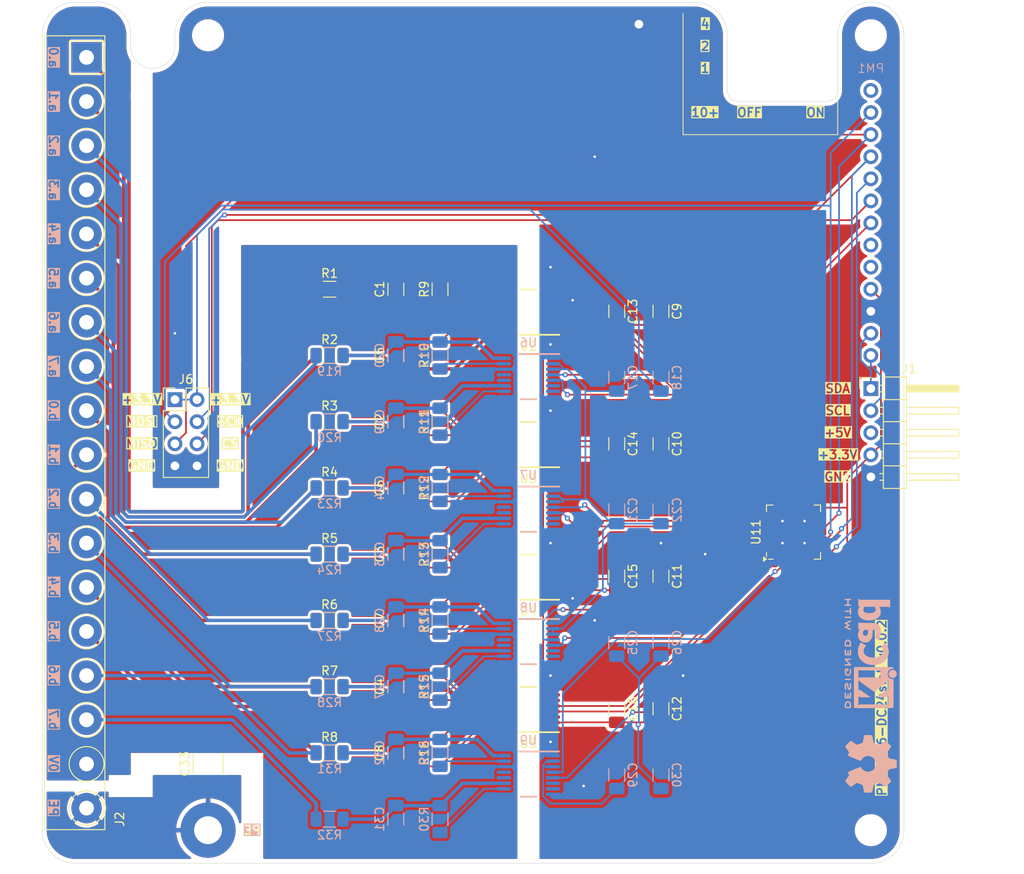
<source format=kicad_pcb>
(kicad_pcb (version 20240108) (generator "pcbnew") (generator_version "8.0")
  (title_block (title "${article} v${version}"))
  (layers (0 "F.Cu" signal) (31 "B.Cu" signal) (34 "B.Paste" user) (35 "F.Paste" user) (36 "B.SilkS" user "B.Silkscreen") (37 "F.SilkS" user "F.Silkscreen") (38 "B.Mask" user) (39 "F.Mask" user) (44 "Edge.Cuts" user))
  (property "article" "PM-DI16-DC24sink")
  (property "version" "0.0.2")
  (net 0 "")
  (net 1 "FGND")
  (net 2 "/IN03")
  (net 3 "PE")
  (net 4 "/IN07")
  (net 5 "/IN14")
  (net 6 "/IN08")
  (net 7 "/IN16")
  (net 8 "/IN06")
  (net 9 "/IN10")
  (net 10 "/IN15")
  (net 11 "/IN13")
  (net 12 "/IN12")
  (net 13 "/IN05")
  (net 14 "/IN09")
  (net 15 "/IN04")
  (net 16 "/IN02")
  (net 17 "/IN11")
  (net 18 "/IN01")
  (net 19 "GND")
  (net 20 "+5V")
  (net 21 "/SCL")
  (net 22 "/SDA")
  (net 23 "/OUT02")
  (net 24 "/OUT01")
  (net 25 "/OUT16")
  (net 26 "/OUT09")
  (net 27 "/OUT07")
  (net 28 "/OUT04")
  (net 29 "/OUT15")
  (net 30 "/OUT03")
  (net 31 "/OUT06")
  (net 32 "/OUT12")
  (net 33 "/OUT10")
  (net 34 "/OUT14")
  (net 35 "/OUT13")
  (net 36 "/OUT11")
  (net 37 "/OUT05")
  (net 38 "/OUT08")
  (net 39 "/MOSI")
  (net 40 "/MISO")
  (net 41 "/SCK")
  (net 42 "Net-(U2-SENSE2)")
  (net 43 "Net-(U2-SENSE1)")
  (net 44 "Net-(U4-SENSE2)")
  (net 45 "Net-(U4-SENSE1)")
  (net 46 "Net-(U2-IN2)")
  (net 47 "Net-(U2-IN1)")
  (net 48 "Net-(U4-IN2)")
  (net 49 "Net-(U4-IN1)")
  (net 58 "Net-(U3-SENSE2)")
  (net 59 "Net-(U3-SENSE1)")
  (net 60 "Net-(U3-IN2)")
  (net 61 "Net-(U3-IN1)")
  (net 70 "Net-(U6-IN1)")
  (net 71 "Net-(U6-IN2)")
  (net 72 "Net-(U6-SENSE1)")
  (net 73 "Net-(U6-SENSE2)")
  (net 74 "Net-(U5-SENSE2)")
  (net 75 "Net-(U5-SENSE1)")
  (net 76 "Net-(U5-IN2)")
  (net 77 "Net-(U5-IN1)")
  (net 82 "Net-(U7-SENSE2)")
  (net 83 "Net-(U7-SENSE1)")
  (net 84 "Net-(U8-SENSE2)")
  (net 85 "Net-(U8-SENSE1)")
  (net 86 "Net-(U9-SENSE2)")
  (net 87 "Net-(U9-SENSE1)")
  (net 88 "Net-(U7-IN1)")
  (net 89 "Net-(U7-IN2)")
  (net 90 "Net-(U8-IN1)")
  (net 91 "Net-(U8-IN2)")
  (net 92 "Net-(U9-IN1)")
  (net 93 "Net-(U9-IN2)")
  (net 107 "/INT")
  (net 109 "+3.3V")
  (net 111 "/CS1")
  (net 112 "/CS2")
  (footprint "Resistor_SMD:R_1206_3216Metric_Pad1.30x1.75mm_HandSolder" (layer "F.Cu") (at 71.12 83.82 90)
    (property "Reference" "R9")
    (property "Value" "562R")
  )
  (footprint "Capacitor_SMD:C_1206_3216Metric_Pad1.33x1.80mm_HandSolder" (layer "F.Cu") (at 96.52 101.6 -90)
    (property "Reference" "C10")
    (property "Value" "100nF")
  )
  (footprint "kicad_inventree_lib:DBQ0016A_M" (layer "F.Cu") (at 81.28 101.6 180)
    (property "Reference" "U3")
    (property "Value" "ISO1212DBQ")
  )
  (footprint "Capacitor_SMD:C_1206_3216Metric_Pad1.33x1.80mm_HandSolder" (layer "F.Cu") (at 66.04 114.3 90)
    (property "Reference" "C3")
    (property "Value" "330nF")
  )
  (footprint "Resistor_SMD:R_1206_3216Metric_Pad1.30x1.75mm_HandSolder" (layer "F.Cu") (at 58.42 99.06)
    (property "Reference" "R3")
    (property "Value" "1k")
  )
  (footprint "Resistor_SMD:R_1206_3216Metric_Pad1.30x1.75mm_HandSolder" (layer "F.Cu") (at 71.12 129.54 90)
    (property "Reference" "R15")
    (property "Value" "562R")
  )
  (footprint "Capacitor_SMD:C_1206_3216Metric_Pad1.33x1.80mm_HandSolder" (layer "F.Cu") (at 66.04 121.92 90)
    (property "Reference" "C7")
    (property "Value" "330nF")
  )
  (footprint "Capacitor_SMD:C_1206_3216Metric_Pad1.33x1.80mm_HandSolder" (layer "F.Cu") (at 96.52 132.08 -90)
    (property "Reference" "C12")
    (property "Value" "100nF")
  )
  (footprint "Capacitor_SMD:C_1206_3216Metric_Pad1.33x1.80mm_HandSolder" (layer "F.Cu") (at 66.04 137.16 90)
    (property "Reference" "C8")
    (property "Value" "330nF")
  )
  (footprint "Connector_PinHeader_2.54mm:PinHeader_1x05_P2.54mm_Horizontal" (layer "F.Cu") (at 120.65 95.25)
    (property "Reference" "J1")
    (property "Value" "PinHeader_01x05_P2.54_THT_angle")
  )
  (footprint "kicad_inventree_lib:DBQ0016A_M" (layer "F.Cu") (at 81.28 132.08 180)
    (property "Reference" "U5")
    (property "Value" "ISO1212DBQ")
  )
  (footprint "Capacitor_SMD:C_1206_3216Metric_Pad1.33x1.80mm_HandSolder" (layer "F.Cu") (at 91.44 86.36 -90)
    (property "Reference" "C13")
    (property "Value" "1uF")
  )
  (footprint "Resistor_SMD:R_1206_3216Metric_Pad1.30x1.75mm_HandSolder" (layer "F.Cu") (at 58.42 83.82)
    (property "Reference" "R1")
    (property "Value" "1k")
  )
  (footprint "Capacitor_SMD:C_1206_3216Metric_Pad1.33x1.80mm_HandSolder" (layer "F.Cu") (at 66.04 99.06 90)
    (property "Reference" "C2")
    (property "Value" "330nF")
  )
  (footprint "Package_DFN_QFN:QFN-28-1EP_6x6mm_P0.65mm_EP4.25x4.25mm" (layer "F.Cu") (at 111.76 111.76 90)
    (property "Reference" "U11")
    (property "Value" "MCP23S17_ML")
  )
  (footprint "Capacitor_SMD:C_1206_3216Metric_Pad1.33x1.80mm_HandSolder" (layer "F.Cu") (at 66.04 129.54 90)
    (property "Reference" "C4")
    (property "Value" "330nF")
  )
  (footprint "kicad_inventree_lib:PE" (layer "F.Cu") (at 44.45 146.05)
    (property "Reference" "PE1" (hide yes))
    (property "Value" "PE")
  )
  (footprint "kicad_inventree_lib:PM-front-02x04" (layer "F.Cu") (at 39.37 100.33)
    (property "Reference" "J6")
    (property "Value" "~")
  )
  (footprint "Resistor_SMD:R_1206_3216Metric_Pad1.30x1.75mm_HandSolder" (layer "F.Cu") (at 71.12 137.16 90)
    (property "Reference" "R16")
    (property "Value" "562R")
  )
  (footprint "Resistor_SMD:R_1206_3216Metric_Pad1.30x1.75mm_HandSolder" (layer "F.Cu") (at 58.42 121.92)
    (property "Reference" "R6")
    (property "Value" "1k")
  )
  (footprint "NextPCB:Degson_2EDGR-5.08-18P" (layer "F.Cu") (at 30.48 57.15 -90)
    (property "Reference" "J2")
    (property "Value" "2EDGR-5.08-18P")
  )
  (footprint "Capacitor_SMD:C_1206_3216Metric_Pad1.33x1.80mm_HandSolder" (layer "F.Cu") (at 66.04 83.82 90)
    (property "Reference" "C1")
    (property "Value" "330nF")
  )
  (footprint "Resistor_SMD:R_1206_3216Metric_Pad1.30x1.75mm_HandSolder" (layer "F.Cu") (at 71.12 91.44 90)
    (property "Reference" "R10")
    (property "Value" "562R")
  )
  (footprint "MountingHole:MountingHole_3.2mm_M3" (layer "F.Cu") (at 44.45 54.61)
    (property "Reference" "H1" (hide yes))
    (property "Value" "MountingHole")
  )
  (footprint "Resistor_SMD:R_1206_3216Metric_Pad1.30x1.75mm_HandSolder" (layer "F.Cu") (at 58.42 114.3)
    (property "Reference" "R5")
    (property "Value" "1k")
  )
  (footprint "MountingHole:MountingHole_3.2mm_M3" (layer "F.Cu") (at 120.65 146.05)
    (property "Reference" "H3" (hide yes))
    (property "Value" "MountingHole")
  )
  (footprint "Capacitor_SMD:C_1206_3216Metric_Pad1.33x1.80mm_HandSolder" (layer "F.Cu") (at 66.04 106.68 90)
    (property "Reference" "C6")
    (property "Value" "330nF")
  )
  (footprint "Resistor_SMD:R_1206_3216Metric_Pad1.30x1.75mm_HandSolder" (layer "F.Cu") (at 58.42 129.54)
    (property "Reference" "R7")
    (property "Value" "1k")
  )
  (footprint "Resistor_SMD:R_1206_3216Metric_Pad1.30x1.75mm_HandSolder" (layer "F.Cu") (at 58.42 106.68)
    (property "Reference" "R4")
    (property "Value" "1k")
  )
  (footprint "Resistor_SMD:R_1206_3216Metric_Pad1.30x1.75mm_HandSolder" (layer "F.Cu") (at 71.12 121.92 90)
    (property "Reference" "R14")
    (property "Value" "562R")
  )
  (footprint "Capacitor_SMD:C_1812_4532Metric_Pad1.57x3.40mm_HandSolder" (layer "F.Cu") (at 44.45 138.43 90)
    (property "Reference" "C33")
    (property "Value" "4.7nF 2kV")
  )
  (footprint "Resistor_SMD:R_1206_3216Metric_Pad1.30x1.75mm_HandSolder" (layer "F.Cu") (at 58.42 91.44)
    (property "Reference" "R2")
    (property "Value" "1k")
  )
  (footprint "Capacitor_SMD:C_1206_3216Metric_Pad1.33x1.80mm_HandSolder" (layer "F.Cu") (at 91.44 132.08 -90)
    (property "Reference" "C16")
    (property "Value" "1uF")
  )
  (footprint "Capacitor_SMD:C_1206_3216Metric_Pad1.33x1.80mm_HandSolder" (layer "F.Cu") (at 96.52 86.36 -90)
    (property "Reference" "C9")
    (property "Value" "100nF")
  )
  (footprint "kicad_inventree_lib:DBQ0016A_M" (layer "F.Cu") (at 81.28 116.84 180)
    (property "Reference" "U4")
    (property "Value" "ISO1212DBQ")
  )
  (footprint "Capacitor_SMD:C_1206_3216Metric_Pad1.33x1.80mm_HandSolder" (layer "F.Cu") (at 91.44 101.6 -90)
    (property "Reference" "C14")
    (property "Value" "1uF")
  )
  (footprint "Capacitor_SMD:C_1206_3216Metric_Pad1.33x1.80mm_HandSolder" (layer "F.Cu") (at 91.44 116.84 -90)
    (property "Reference" "C15")
    (property "Value" "1uF")
  )
  (footprint "Capacitor_SMD:C_1206_3216Metric_Pad1.33x1.80mm_HandSolder" (layer "F.Cu") (at 66.04 91.44 90)
    (property "Reference" "C5")
    (property "Value" "330nF")
  )
  (footprint "kicad_inventree_lib:DBQ0016A_M" (layer "F.Cu") (at 81.28 86.36 180)
    (property "Reference" "U2")
    (property "Value" "ISO1212DBQ")
  )
  (footprint "Resistor_SMD:R_1206_3216Metric_Pad1.30x1.75mm_HandSolder" (layer "F.Cu") (at 71.12 99.06 90)
    (property "Reference" "R11")
    (property "Value" "562R")
  )
  (footprint "Resistor_SMD:R_1206_3216Metric_Pad1.30x1.75mm_HandSolder" (layer "F.Cu") (at 71.12 114.3 90)
    (property "Reference" "R13")
    (property "Value" "562R")
  )
  (footprint "Resistor_SMD:R_1206_3216Metric_Pad1.30x1.75mm_HandSolder" (layer "F.Cu") (at 71.12 106.68 90)
    (property "Reference" "R12")
    (property "Value" "562R")
  )
  (footprint "MountingHole:MountingHole_3.2mm_M3" (layer "F.Cu") (at 120.65 54.61)
    (property "Reference" "H2" (hide yes))
    (property "Value" "MountingHole")
  )
  (footprint "Capacitor_SMD:C_1206_3216Metric_Pad1.33x1.80mm_HandSolder" (layer "F.Cu") (at 96.52 116.84 -90)
    (property "Reference" "C11")
    (property "Value" "100nF")
  )
  (footprint "Resistor_SMD:R_1206_3216Metric_Pad1.30x1.75mm_HandSolder" (layer "F.Cu") (at 58.42 137.16)
    (property "Reference" "R8")
    (property "Value" "1k")
  )
  (footprint "Capacitor_SMD:C_1206_3216Metric_Pad1.33x1.80mm_HandSolder" (layer "B.Cu") (at 96.52 109.22 90)
    (property "Reference" "C22")
    (property "Value" "100nF")
  )
  (footprint "Symbol:OSHW-Symbol_6.7x6mm_SilkScreen" (layer "B.Cu") (at 120.65 138.43 90)
    (property "Reference" "oshw_logo" (hide yes))
    (property "Value" "OSHW-Symbol_6.7x6mm_SilkScreen" (hide yes))
  )
  (footprint "kicad_inventree_lib:DBQ0016A_M" (layer "B.Cu") (at 81.28 93.98 180)
    (property "Reference" "U6")
    (property "Value" "ISO1212DBQ")
  )
  (footprint "Capacitor_SMD:C_1206_3216Metric_Pad1.33x1.80mm_HandSolder" (layer "B.Cu") (at 66.04 121.92 -90)
    (property "Reference" "C28")
    (property "Value" "330nF")
  )
  (footprint "Capacitor_SMD:C_1206_3216Metric_Pad1.33x1.80mm_HandSolder" (layer "B.Cu") (at 66.04 144.78 -90)
    (property "Reference" "C31")
    (property "Value" "330nF")
  )
  (footprint "Resistor_SMD:R_1206_3216Metric_Pad1.30x1.75mm_HandSolder" (layer "B.Cu") (at 71.12 121.92 -90)
    (property "Reference" "R25")
    (property "Value" "562R")
  )
  (footprint "Resistor_SMD:R_1206_3216Metric_Pad1.30x1.75mm_HandSolder" (layer "B.Cu") (at 71.12 91.44 -90)
    (property "Reference" "R17")
    (property "Value" "562R")
  )
  (footprint "kicad_inventree_lib:DBQ0016A_M" (layer "B.Cu") (at 81.28 124.46 180)
    (property "Reference" "U8")
    (property "Value" "ISO1212DBQ")
  )
  (footprint "Resistor_SMD:R_1206_3216Metric_Pad1.30x1.75mm_HandSolder" (layer "B.Cu") (at 71.12 114.3 -90)
    (property "Reference" "R22")
    (property "Value" "562R")
  )
  (footprint "Resistor_SMD:R_1206_3216Metric_Pad1.30x1.75mm_HandSolder" (layer "B.Cu") (at 58.42 114.3)
    (property "Reference" "R24")
    (property "Value" "1k")
  )
  (footprint "Capacitor_SMD:C_1206_3216Metric_Pad1.33x1.80mm_HandSolder" (layer "B.Cu") (at 66.04 114.3 -90)
    (property "Reference" "C23")
    (property "Value" "330nF")
  )
  (footprint "Resistor_SMD:R_1206_3216Metric_Pad1.30x1.75mm_HandSolder" (layer "B.Cu") (at 58.42 91.44)
    (property "Reference" "R19")
    (property "Value" "1k")
  )
  (footprint "Resistor_SMD:R_1206_3216Metric_Pad1.30x1.75mm_HandSolder" (layer "B.Cu") (at 71.12 137.16 -90)
    (property "Reference" "R29")
    (property "Value" "562R")
  )
  (footprint "kicad_inventree_lib:DBQ0016A_M" (layer "B.Cu") (at 81.28 139.7 180)
    (property "Reference" "U9")
    (property "Value" "ISO1212DBQ")
  )
  (footprint "Resistor_SMD:R_1206_3216Metric_Pad1.30x1.75mm_HandSolder" (layer "B.Cu") (at 71.12 144.78 -90)
    (property "Reference" "R30")
    (property "Value" "562R")
  )
  (footprint "Resistor_SMD:R_1206_3216Metric_Pad1.30x1.75mm_HandSolder" (layer "B.Cu") (at 58.42 129.54)
    (property "Reference" "R28")
    (property "Value" "1k")
  )
  (footprint "Capacitor_SMD:C_1206_3216Metric_Pad1.33x1.80mm_HandSolder" (layer "B.Cu") (at 91.44 93.98 90)
    (property "Reference" "C17")
    (property "Value" "1uF")
  )
  (footprint "Capacitor_SMD:C_1206_3216Metric_Pad1.33x1.80mm_HandSolder" (layer "B.Cu") (at 91.44 139.7 90)
    (property "Reference" "C29")
    (property "Value" "1uF")
  )
  (footprint "Resistor_SMD:R_1206_3216Metric_Pad1.30x1.75mm_HandSolder" (layer "B.Cu") (at 71.12 99.06 -90)
    (property "Reference" "R18")
    (property "Value" "562R")
  )
  (footprint "Capacitor_SMD:C_1206_3216Metric_Pad1.33x1.80mm_HandSolder" (layer "B.Cu") (at 96.52 93.98 90)
    (property "Reference" "C18")
    (property "Value" "100nF")
  )
  (footprint "Resistor_SMD:R_1206_3216Metric_Pad1.30x1.75mm_HandSolder" (layer "B.Cu") (at 58.42 121.92)
    (property "Reference" "R27")
    (property "Value" "1k")
  )
  (footprint "kicad_inventree_lib:PM-ESP32C3" (layer "B.Cu") (at 106.68 50.8 180)
    (property "Reference" "PM1")
    (property "Value" "~")
  )
  (footprint "Capacitor_SMD:C_1206_3216Metric_Pad1.33x1.80mm_HandSolder" (layer "B.Cu") (at 66.04 106.68 -90)
    (property "Reference" "C24")
    (property "Value" "330nF")
  )
  (footprint "Capacitor_SMD:C_1206_3216Metric_Pad1.33x1.80mm_HandSolder" (layer "B.Cu") (at 66.04 137.16 -90)
    (property "Reference" "C32")
    (property "Value" "330nF")
  )
  (footprint "kicad_inventree_lib:DBQ0016A_M" (layer "B.Cu") (at 81.28 109.22 180)
    (property "Reference" "U7")
    (property "Value" "ISO1212DBQ")
  )
  (footprint "Capacitor_SMD:C_1206_3216Metric_Pad1.33x1.80mm_HandSolder" (layer "B.Cu") (at 91.44 124.46 90)
    (property "Reference" "C25")
    (property "Value" "1uF")
  )
  (footprint "Resistor_SMD:R_1206_3216Metric_Pad1.30x1.75mm_HandSolder" (layer "B.Cu") (at 58.42 137.16)
    (property "Reference" "R31")
    (property "Value" "1k")
  )
  (footprint "Capacitor_SMD:C_1206_3216Metric_Pad1.33x1.80mm_HandSolder" (layer "B.Cu") (at 66.04 129.54 -90)
    (property "Reference" "C27")
    (property "Value" "330nF")
  )
  (footprint "Resistor_SMD:R_1206_3216Metric_Pad1.30x1.75mm_HandSolder" (layer "B.Cu") (at 58.42 99.06)
    (property "Reference" "R20")
    (property "Value" "1k")
  )
  (footprint "Capacitor_SMD:C_1206_3216Metric_Pad1.33x1.80mm_HandSolder" (layer "B.Cu") (at 96.52 124.46 90)
    (property "Reference" "C26")
    (property "Value" "100nF")
  )
  (footprint "Capacitor_SMD:C_1206_3216Metric_Pad1.33x1.80mm_HandSolder" (layer "B.Cu") (at 91.44 109.22 90)
    (property "Reference" "C21")
    (property "Value" "1uF")
  )
  (footprint "Resistor_SMD:R_1206_3216Metric_Pad1.30x1.75mm_HandSolder" (layer "B.Cu") (at 71.12 129.54 -90)
    (property "Reference" "R26")
    (property "Value" "562R")
  )
  (footprint "Resistor_SMD:R_1206_3216Metric_Pad1.30x1.75mm_HandSolder" (layer "B.Cu") (at 71.12 106.68 -90)
    (property "Reference" "R21")
    (property "Value" "562R")
  )
  (footprint "Resistor_SMD:R_1206_3216Metric_Pad1.30x1.75mm_HandSolder" (layer "B.Cu") (at 58.42 106.68)
    (property "Reference" "R23")
    (property "Value" "1k")
  )
  (footprint "Symbol:KiCad-Logo2_5mm_SilkScreen" (layer "B.Cu") (at 120.65 125.73 90)
    (property "Reference" "kicad_logo" (hide yes))
    (property "Value" "KiCad-Logo2_5mm_SilkScreen" (hide yes))
  )
  (footprint "Capacitor_SMD:C_1206_3216Metric_Pad1.33x1.80mm_HandSolder" (layer "B.Cu") (at 96.52 139.7 90)
    (property "Reference" "C30")
    (property "Value" "100nF")
  )
  (footprint "Resistor_SMD:R_1206_3216Metric_Pad1.30x1.75mm_HandSolder" (layer "B.Cu") (at 58.42 144.78)
    (property "Reference" "R32")
    (property "Value" "1k")
  )
  (footprint "Capacitor_SMD:C_1206_3216Metric_Pad1.33x1.80mm_HandSolder" (layer "B.Cu") (at 66.04 99.06 -90)
    (property "Reference" "C19")
    (property "Value" "330nF")
  )
  (footprint "Capacitor_SMD:C_1206_3216Metric_Pad1.33x1.80mm_HandSolder" (layer "B.Cu") (at 66.04 91.44 -90)
    (property "Reference" "C20")
    (property "Value" "330nF")
  )
  (gr_line (start 99.06 66.04) (end 116.84 66.04) (stroke (width 0.1)) (layer "F.SilkS"))
  (gr_line (start 116.84 66.04) (end 116.84 62.23) (stroke (width 0.1)) (layer "F.SilkS"))
  (gr_line (start 99.06 52.07) (end 99.06 66.04) (stroke (width 0.1)) (layer "F.SilkS"))
  (gr_arc (start 31.75 50.8) (mid 34.444077 51.915923) (end 35.56 54.61) (stroke (width 0.05)) (layer "Edge.Cuts"))
  (gr_line (start 44.45 50.8) (end 100.33 50.8) (stroke (width 0.05)) (layer "Edge.Cuts"))
  (gr_line (start 105.41 62.23) (end 115.57 62.23) (stroke (width 0.05)) (layer "Edge.Cuts"))
  (gr_arc (start 29.21 149.86) (mid 26.515923 148.744077) (end 25.4 146.05) (stroke (width 0.05)) (layer "Edge.Cuts"))
  (gr_arc (start 120.65 50.8) (mid 123.344077 51.915923) (end 124.46 54.61) (stroke (width 0.05)) (layer "Edge.Cuts"))
  (gr_line (start 40.64 54.61) (end 40.64 55.88) (stroke (width 0.05)) (layer "Edge.Cuts"))
  (gr_arc (start 100.33 50.8) (mid 103.024077 51.915923) (end 104.14 54.61) (stroke (width 0.05)) (layer "Edge.Cuts"))
  (gr_line (start 35.56 55.88) (end 35.56 54.61) (stroke (width 0.05)) (layer "Edge.Cuts"))
  (gr_arc (start 124.46 146.05) (mid 123.344077 148.744077) (end 120.65 149.86) (stroke (width 0.05)) (layer "Edge.Cuts"))
  (gr_line (start 29.21 50.8) (end 31.75 50.8) (stroke (width 0.05)) (layer "Edge.Cuts"))
  (gr_line (start 104.14 54.61) (end 104.14 60.96) (stroke (width 0.05)) (layer "Edge.Cuts"))
  (gr_line (start 120.65 149.86) (end 29.21 149.86) (stroke (width 0.05)) (layer "Edge.Cuts"))
  (gr_line (start 25.4 146.05) (end 25.4 54.61) (stroke (width 0.05)) (layer "Edge.Cuts"))
  (gr_arc (start 25.4 54.61) (mid 26.515923 51.915923) (end 29.21 50.8) (stroke (width 0.05)) (layer "Edge.Cuts"))
  (gr_line (start 124.46 54.61) (end 124.46 146.05) (stroke (width 0.05)) (layer "Edge.Cuts"))
  (gr_arc (start 38.1 58.42) (mid 36.303949 57.676051) (end 35.56 55.88) (stroke (width 0.05)) (layer "Edge.Cuts"))
  (gr_arc (start 116.84 54.61) (mid 117.955923 51.915923) (end 120.65 50.8) (stroke (width 0.05)) (layer "Edge.Cuts"))
  (gr_line (start 116.84 54.61) (end 116.84 60.96) (stroke (width 0.05)) (layer "Edge.Cuts"))
  (gr_arc (start 105.41 62.23) (mid 104.511974 61.858026) (end 104.14 60.96) (stroke (width 0.05)) (layer "Edge.Cuts"))
  (gr_arc (start 40.64 55.88) (mid 39.896051 57.676051) (end 38.1 58.42) (stroke (width 0.05)) (layer "Edge.Cuts"))
  (gr_arc (start 116.84 60.96) (mid 116.468026 61.858026) (end 115.57 62.23) (stroke (width 0.05)) (layer "Edge.Cuts"))
  (gr_arc (start 40.64 54.61) (mid 41.755923 51.915923) (end 44.45 50.8) (stroke (width 0.05)) (layer "Edge.Cuts"))
  (gr_text "b.0" (at 26.67 97.79 270) (layer "B.SilkS" knockout) (effects (font (size 1 1) (thickness 0.2) (bold yes)) (justify mirror)))
  (gr_text "a.2" (at 26.67 67.31 270) (layer "B.SilkS" knockout) (effects (font (size 1 1) (thickness 0.2) (bold yes)) (justify mirror)))
  (gr_text "a.5" (at 26.67 82.55 270) (layer "B.SilkS" knockout) (effects (font (size 1 1) (thickness 0.2) (bold yes)) (justify mirror)))
  (gr_text "a.6" (at 26.67 87.63 270) (layer "B.SilkS" knockout) (effects (font (size 1 1) (thickness 0.2) (bold yes)) (justify mirror)))
  (gr_text "PE" (at 26.67 143.51 270) (layer "B.SilkS" knockout) (effects (font (size 1 1) (thickness 0.2) (bold yes)) (justify mirror)))
  (gr_text "0V" (at 26.67 138.43 270) (layer "B.SilkS" knockout) (effects (font (size 1 1) (thickness 0.2) (bold yes)) (justify mirror)))
  (gr_text "a.4" (at 26.67 77.47 270) (layer "B.SilkS" knockout) (effects (font (size 1 1) (thickness 0.2) (bold yes)) (justify mirror)))
  (gr_text "b.3" (at 26.67 113.03 270) (layer "B.SilkS" knockout) (effects (font (size 1 1) (thickness 0.2) (bold yes)) (justify mirror)))
  (gr_text "b.1" (at 26.67 102.87 270) (layer "B.SilkS" knockout) (effects (font (size 1 1) (thickness 0.2) (bold yes)) (justify mirror)))
  (gr_text "a.0" (at 26.67 57.15 270) (layer "B.SilkS" knockout) (effects (font (size 1 1) (thickness 0.2) (bold yes)) (justify mirror)))
  (gr_text "b.5" (at 26.67 123.19 270) (layer "B.SilkS" knockout) (effects (font (size 1 1) (thickness 0.2) (bold yes)) (justify mirror)))
  (gr_text "a.7" (at 26.67 92.71 270) (layer "B.SilkS" knockout) (effects (font (size 1 1) (thickness 0.2) (bold yes)) (justify mirror)))
  (gr_text "b.7" (at 26.67 133.35 270) (layer "B.SilkS" knockout) (effects (font (size 1 1) (thickness 0.2) (bold yes)) (justify mirror)))
  (gr_text "b.4" (at 26.67 118.11 270) (layer "B.SilkS" knockout) (effects (font (size 1 1) (thickness 0.2) (bold yes)) (justify mirror)))
  (gr_text "a.1" (at 26.67 62.23 270) (layer "B.SilkS" knockout) (effects (font (size 1 1) (thickness 0.2) (bold yes)) (justify mirror)))
  (gr_text "a.3" (at 26.67 72.39 270) (layer "B.SilkS" knockout) (effects (font (size 1 1) (thickness 0.2) (bold yes)) (justify mirror)))
  (gr_text "b.6" (at 26.67 128.27 270) (layer "B.SilkS" knockout) (effects (font (size 1 1) (thickness 0.2) (bold yes)) (justify mirror)))
  (gr_text "PE" (at 49.53 146.05 -0) (layer "B.SilkS" knockout) (effects (font (size 1 1) (thickness 0.2) (bold yes)) (justify mirror)))
  (gr_text "b.2" (at 26.67 107.95 270) (layer "B.SilkS" knockout) (effects (font (size 1 1) (thickness 0.2) (bold yes)) (justify mirror)))
  (gr_text "GND" (at 116.84 105.41 0) (layer "F.SilkS" knockout) (effects (font (size 1 1) (thickness 0.2) (bold yes))))
  (gr_text "+5V" (at 116.84 100.33 0) (layer "F.SilkS" knockout) (effects (font (size 1 1) (thickness 0.2) (bold yes))))
  (gr_text "MISO" (at 36.83 101.6 0) (layer "F.SilkS" knockout) (effects (font (size 1 1) (thickness 0.2) (bold yes))))
  (gr_text "+3.3V" (at 46.99 96.52 0) (layer "F.SilkS" knockout) (effects (font (size 1 1) (thickness 0.2) (bold yes))))
  (gr_text "+3.3V" (at 116.84 102.87 0) (layer "F.SilkS" knockout) (effects (font (size 1 1) (thickness 0.2) (bold yes))))
  (gr_text "CS" (at 46.99 101.6 0) (layer "F.SilkS" knockout) (effects (font (size 1 1) (thickness 0.2) (bold yes))))
  (gr_text "SDA" (at 116.84 95.25 0) (layer "F.SilkS" knockout) (effects (font (size 1 1) (thickness 0.2) (bold yes))))
  (gr_text "+3.3V" (at 36.83 96.52 0) (layer "F.SilkS" knockout) (effects (font (size 1 1) (thickness 0.2) (bold yes))))
  (gr_text "ON" (at 114.3 63.5 0) (layer "F.SilkS" knockout) (effects (font (size 1 1) (thickness 0.2) (bold yes))))
  (gr_text "SCL" (at 116.84 97.79 0) (layer "F.SilkS" knockout) (effects (font (size 1 1) (thickness 0.2) (bold yes))))
  (gr_text "MOSI" (at 36.83 99.06 0) (layer "F.SilkS" knockout) (effects (font (size 1 1) (thickness 0.2) (bold yes))))
  (gr_text "1" (at 101.6 58.42 0) (layer "F.SilkS" knockout) (effects (font (size 1 1) (thickness 0.2) (bold yes))))
  (gr_text "GND" (at 46.99 104.14 0) (layer "F.SilkS" knockout) (effects (font (size 1 1) (thickness 0.2) (bold yes))))
  (gr_text "OFF" (at 106.68 63.5 0) (layer "F.SilkS" knockout) (effects (font (size 1 1) (thickness 0.2) (bold yes))))
  (gr_text "GND" (at 36.83 104.14 0) (layer "F.SilkS" knockout) (effects (font (size 1 1) (thickness 0.2) (bold yes))))
  (gr_text "PE" (at 49.53 146.05 0) (layer "F.SilkS" knockout) (effects (font (size 1 1) (thickness 0.2) (bold yes))))
  (gr_text "10+" (at 101.6 63.5 0) (layer "F.SilkS" knockout) (effects (font (size 1 1) (thickness 0.2) (bold yes))))
  (gr_text "4" (at 101.6 53.34 0) (layer "F.SilkS" knockout) (effects (font (size 1 1) (thickness 0.2) (bold yes))))
  (gr_text "2" (at 101.6 55.88 0) (layer "F.SilkS" knockout) (effects (font (size 1 1) (thickness 0.2) (bold yes))))
  (gr_text "SCK" (at 46.99 99.06 0) (layer "F.SilkS" knockout) (effects (font (size 1 1) (thickness 0.2) (bold yes))))
  (gr_text "${article} v${version}" (at 121.92 142.24 90) (layer "F.SilkS" knockout) (effects (font (size 1 1) (thickness 0.2) (bold yes)) (justify left)))
  (segment (start 48.46 109.302844) (end 48.342844 109.42) (width 0.4) (layer "B.Cu") (net 2))
  (segment (start 56.87 91.44) (end 56.87 92.315) (width 0.4) (layer "B.Cu") (net 2))
  (segment (start 48.342844 109.42) (end 35.477156 109.42) (width 0.4) (layer "B.Cu") (net 2))
  (segment (start 48.46 100.725) (end 48.46 109.302844) (width 0.4) (layer "B.Cu") (net 2))
  (segment (start 56.87 92.315) (end 48.46 100.725) (width 0.4) (layer "B.Cu") (net 2))
  (segment (start 35.477156 109.42) (end 35.052 108.994844) (width 0.4) (layer "B.Cu") (net 2))
  (segment (start 35.052 71.882) (end 30.48 67.31) (width 0.4) (layer "B.Cu") (net 2))
  (segment (start 35.052 108.994844) (end 35.052 71.882) (width 0.4) (layer "B.Cu") (net 2))
  (segment (start 52.93 110.62) (end 34.9801 110.62) (width 0.4) (layer "B.Cu") (net 4))
  (segment (start 56.87 106.68) (end 52.93 110.62) (width 0.4) (layer "B.Cu") (net 4))
  (segment (start 33.852 91.002) (end 30.48 87.63) (width 0.4) (layer "B.Cu") (net 4))
  (segment (start 33.852 109.4919) (end 33.852 91.002) (width 0.4) (layer "B.Cu") (net 4))
  (segment (start 34.9801 110.62) (end 33.852 109.4919) (width 0.4) (layer "B.Cu") (net 4))
  (segment (start 51.536 131.826) (end 39.116 131.826) (width 0.4) (layer "F.Cu") (net 5))
  (segment (start 56.87 137.16) (end 51.536 131.826) (width 0.4) (layer "F.Cu") (net 5))
  (segment (start 39.116 131.826) (end 30.48 123.19) (width 0.4) (layer "F.Cu") (net 5))
  (segment (start 37.811572 114.3) (end 33.252 109.740428) (width 0.4) (layer "B.Cu") (net 6))
  (segment (start 56.87 114.3) (end 37.811572 114.3) (width 0.4) (layer "B.Cu") (net 6))
  (segment (start 33.252 109.740428) (end 33.252 95.482) (width 0.4) (layer "B.Cu") (net 6))
  (segment (start 33.252 95.482) (end 30.48 92.71) (width 0.4) (layer "B.Cu") (net 6))
  (segment (start 56.87 144.78) (end 56.87 142.947156) (width 0.4) (layer "B.Cu") (net 7))
  (segment (start 56.87 142.947156) (end 47.272844 133.35) (width 0.4) (layer "B.Cu") (net 7))
  (segment (start 47.272844 133.35) (end 30.48 133.35) (width 0.4) (layer "B.Cu") (net 7))
  (segment (start 56.87 106.68) (end 52.33 111.22) (width 0.4) (layer "F.Cu") (net 8))
  (segment (start 34.731572 111.22) (end 33.56 110.048428) (width 0.4) (layer "F.Cu") (net 8))
  (segment (start 33.56 85.63) (end 30.48 82.55) (width 0.4) (layer "F.Cu") (net 8))
  (segment (start 52.33 111.22) (end 34.731572 111.22) (width 0.4) (layer "F.Cu") (net 8))
  (segment (start 33.56 110.048428) (end 33.56 85.63) (width 0.4) (layer "F.Cu") (net 8))
  (segment (start 32.00028 110.185764) (end 29.675204 110.185764) (width 0.4) (layer "F.Cu") (net 9))
  (segment (start 56.87 121.92) (end 43.734516 121.92) (width 0.4) (layer "F.Cu") (net 9))
  (segment (start 43.734516 121.92) (end 32.00028 110.185764) (width 0.4) (layer "F.Cu") (net 9))
  (segment (start 28.33 105.02) (end 30.48 102.87) (width 0.4) (layer "F.Cu") (net 9))
  (segment (start 29.675204 110.185764) (end 28.33 108.84056) (width 0.4) (layer "F.Cu") (net 9))
  (segment (start 28.33 108.84056) (end 28.33 105.02) (width 0.4) (layer "F.Cu") (net 9))
  (segment (start 44.871472 128.27) (end 30.48 128.27) (width 0.4) (layer "B.Cu") (net 10))
  (segment (start 53.761472 137.16) (end 44.871472 128.27) (width 0.4) (layer "B.Cu") (net 10))
  (segment (start 56.87 137.16) (end 53.761472 137.16) (width 0.4) (layer "B.Cu") (net 10))
  (segment (start 41.91 129.54) (end 30.48 118.11) (width 0.4) (layer "F.Cu") (net 11))
  (segment (start 56.87 129.54) (end 41.91 129.54) (width 0.4) (layer "F.Cu") (net 11))
  (segment (start 56.87 129.54) (end 46.99 129.54) (width 0.4) (layer "B.Cu") (net 12))
  (segment (start 46.99 129.54) (end 30.48 113.03) (width 0.4) (layer "B.Cu") (net 12))
  (segment (start 56.87 99.06) (end 56.87 102.5899) (width 0.4) (layer "F.Cu") (net 13))
  (segment (start 34.16 109.7999) (end 34.16 81.15) (width 0.4) (layer "F.Cu") (net 13))
  (segment (start 34.16 81.15) (end 30.48 77.47) (width 0.4) (layer "F.Cu") (net 13))
  (segment (start 48.8399 110.62) (end 34.9801 110.62) (width 0.4) (layer "F.Cu") (net 13))
  (segment (start 34.9801 110.62) (end 34.16 109.7999) (width 0.4) (layer "F.Cu") (net 13))
  (segment (start 56.87 102.5899) (end 48.8399 110.62) (width 0.4) (layer "F.Cu") (net 13))
  (segment (start 32.96 110.296956) (end 32.96 100.27) (width 0.4) (layer "F.Cu") (net 14))
  (segment (start 32.96 100.27) (end 30.48 97.79) (width 0.4) (layer "F.Cu") (net 14))
  (segment (start 56.87 114.3) (end 36.963044 114.3) (width 0.4) (layer "F.Cu") (net 14))
  (segment (start 36.963044 114.3) (end 32.96 110.296956) (width 0.4) (layer "F.Cu") (net 14))
  (segment (start 56.87 101.741372) (end 48.591372 110.02) (width 0.4) (layer "B.Cu") (net 15))
  (segment (start 35.228628 110.02) (end 34.452 109.243372) (width 0.4) (layer "B.Cu") (net 15))
  (segment (start 34.452 109.243372) (end 34.452 76.362) (width 0.4) (layer "B.Cu") (net 15))
  (segment (start 56.87 99.06) (end 56.87 101.741372) (width 0.4) (layer "B.Cu") (net 15))
  (segment (start 34.452 76.362) (end 30.48 72.39) (width 0.4) (layer "B.Cu") (net 15))
  (segment (start 48.591372 110.02) (end 35.228628 110.02) (width 0.4) (layer "B.Cu") (net 15))
  (segment (start 35.228628 110.02) (end 34.76 109.551372) (width 0.4) (layer "F.Cu") (net 16))
  (segment (start 56.87 91.44) (end 49.06 99.25) (width 0.4) (layer "F.Cu") (net 16))
  (segment (start 48.591372 110.02) (end 35.228628 110.02) (width 0.4) (layer "F.Cu") (net 16))
  (segment (start 34.76 109.551372) (end 34.76 66.51) (width 0.4) (layer "F.Cu") (net 16))
  (segment (start 34.76 66.51) (end 30.48 62.23) (width 0.4) (layer "F.Cu") (net 16))
  (segment (start 49.06 99.25) (end 49.06 109.551372) (width 0.4) (layer "F.Cu") (net 16))
  (segment (start 49.06 109.551372) (end 48.591372 110.02) (width 0.4) (layer "F.Cu") (net 16))
  (segment (start 44.45 121.92) (end 30.48 107.95) (width 0.4) (layer "B.Cu") (net 17))
  (segment (start 56.87 121.92) (end 44.45 121.92) (width 0.4) (layer "B.Cu") (net 17))
  (segment (start 35.477156 109.42) (end 35.36 109.302844) (width 0.4) (layer "F.Cu") (net 18))
  (segment (start 35.36 109.302844) (end 35.36 62.03) (width 0.4) (layer "F.Cu") (net 18))
  (segment (start 35.36 62.03) (end 30.48 57.15) (width 0.4) (layer "F.Cu") (net 18))
  (segment (start 48.46 92.23) (end 48.46 109.302844) (width 0.4) (layer "F.Cu") (net 18))
  (segment (start 56.87 83.82) (end 48.46 92.23) (width 0.4) (layer "F.Cu") (net 18))
  (segment (start 48.342844 109.42) (end 35.477156 109.42) (width 0.4) (layer "F.Cu") (net 18))
  (segment (start 48.46 109.302844) (end 48.342844 109.42) (width 0.4) (layer "F.Cu") (net 18))
  (via (at 83.82 128.27) (size 0.6) (drill 0.3) (layers "F.Cu" "B.Cu") (net 19))
  (via (at 113.03 110.49) (size 0.6) (drill 0.3) (layers "F.Cu" "B.Cu") (net 19))
  (via (at 113.03 113.03) (size 0.6) (drill 0.3) (layers "F.Cu" "B.Cu") (net 19))
  (via (at 110.49 110.49) (size 0.6) (drill 0.3) (layers "F.Cu" "B.Cu") (net 19))
  (via (at 99.06 128.27) (size 0.6) (drill 0.3) (layers "F.Cu" "B.Cu") (net 19))
  (via (at 101.6 114.3) (size 0.6) (drill 0.3) (layers "F.Cu" "B.Cu") (net 19))
  (via (at 83.82 113.03) (size 0.6) (drill 0.3) (layers "F.Cu" "B.Cu") (net 19))
  (via (at 83.82 90.17) (size 0.6) (drill 0.3) (layers "F.Cu" "B.Cu") (net 19))
  (via (at 86.36 85.09) (size 0.6) (drill 0.3) (layers "F.Cu" "B.Cu") (net 19))
  (via (at 96.52 113.03) (size 0.6) (drill 0.3) (layers "F.Cu" "B.Cu") (net 19))
  (via (at 83.82 97.79) (size 0.6) (drill 0.3) (layers "F.Cu" "B.Cu") (net 19))
  (via (at 110.49 113.03) (size 0.6) (drill 0.3) (layers "F.Cu" "B.Cu") (net 19))
  (via (at 88.9 121.92) (size 0.6) (drill 0.3) (layers "F.Cu" "B.Cu") (net 19))
  (via (at 83.82 135.89) (size 0.6) (drill 0.3) (layers "F.Cu" "B.Cu") (net 19))
  (via (at 87.63 140.97) (size 0.6) (drill 0.3) (layers "F.Cu" "B.Cu") (net 19))
  (via (at 40.64 88.9) (size 0.6) (drill 0.3) (layers "F.Cu" "B.Cu") (net 19))
  (via (at 88.9 68.58) (size 0.6) (drill 0.3) (layers "F.Cu" "B.Cu") (net 19))
  (via (at 83.82 81.28) (size 0.6) (drill 0.3) (layers "F.Cu" "B.Cu") (net 19))
  (via (at 86.36 119.38) (size 0.6) (drill 0.3) (layers "F.Cu" "B.Cu") (net 19))
  (segment (start 120.65 97.4528) (end 121.8017 96.3011) (width 0.2) (layer "B.Cu") (net 21))
  (segment (start 121.8017 93.7434) (end 120.65 92.5917) (width 0.2) (layer "B.Cu") (net 21))
  (segment (start 121.8017 96.3011) (end 121.8017 93.7434) (width 0.2) (layer "B.Cu") (net 21))
  (segment (start 120.65 92.5917) (end 120.65 91.44) (width 0.2) (layer "B.Cu") (net 21))
  (segment (start 120.65 97.79) (end 120.65 97.4528) (width 0.2) (layer "B.Cu") (net 21))
  (segment (start 119.5 92.007386) (end 119.5 90.05) (width 0.2) (layer "B.Cu") (net 22))
  (segment (start 120.65 93.157386) (end 119.5 92.007386) (width 0.2) (layer "B.Cu") (net 22))
  (segment (start 120.65 95.25) (end 120.65 93.157386) (width 0.2) (layer "B.Cu") (net 22))
  (segment (start 119.5 90.05) (end 120.65 88.9) (width 0.2) (layer "B.Cu") (net 22))
  (segment (start 88.9606 89.698) (end 85.9401 86.6775) (width 0.2) (layer "F.Cu") (net 23))
  (segment (start 92.9642 89.698) (end 88.9606 89.698) (width 0.2) (layer "F.Cu") (net 23))
  (segment (start 85.9401 86.6775) (end 84.105 86.6775) (width 0.2) (layer "F.Cu") (net 23))
  (segment (start 111.76 108.4938) (end 92.9642 89.698) (width 0.2) (layer "F.Cu") (net 23))
  (segment (start 111.76 108.9225) (end 111.76 108.4938) (width 0.2) (layer "F.Cu") (net 23))
  (segment (start 86.8914 86.0425) (end 90.0854 89.2365) (width 0.2) (layer "F.Cu") (net 24))
  (segment (start 93.1739 89.2365) (end 112.41 108.4726) (width 0.2) (layer "F.Cu") (net 24))
  (segment (start 112.41 108.4726) (end 112.41 108.9225) (width 0.2) (layer "F.Cu") (net 24))
  (segment (start 84.105 86.0425) (end 86.8914 86.0425) (width 0.2) (layer "F.Cu") (net 24))
  (segment (start 90.0854 89.2365) (end 93.1739 89.2365) (width 0.2) (layer "F.Cu") (net 24))
  (segment (start 111.76 117.1215) (end 96.4044 132.4771) (width 0.2) (layer "F.Cu") (net 25))
  (segment (start 111.76 114.5975) (end 111.76 117.1215) (width 0.2) (layer "F.Cu") (net 25))
  (segment (start 96.4044 132.4771) (end 93.2721 132.4771) (width 0.2) (layer "F.Cu") (net 25))
  (via (at 93.2721 132.4771) (size 0.6) (drill 0.3) (layers "F.Cu" "B.Cu") (net 25))
  (segment (start 93.2721 132.4771) (end 85.7317 140.0175) (width 0.2) (layer "B.Cu") (net 25))
  (segment (start 85.7317 140.0175) (end 84.105 140.0175) (width 0.2) (layer "B.Cu") (net 25))
  (segment (start 90.7026 111.76) (end 85.9401 116.5225) (width 0.2) (layer "F.Cu") (net 26))
  (segment (start 85.9401 116.5225) (end 84.105 116.5225) (width 0.2) (layer "F.Cu") (net 26))
  (segment (start 108.9225 111.76) (end 90.7026 111.76) (width 0.2) (layer "F.Cu") (net 26))
  (segment (start 89.5971 110.46) (end 108.9225 110.46) (width 0.2) (layer "F.Cu") (net 27))
  (segment (start 87.759 108.6219) (end 89.5971 110.46) (width 0.2) (layer "F.Cu") (net 27))
  (via (at 87.759 108.6219) (size 0.6) (drill 0.3) (layers "F.Cu" "B.Cu") (net 27))
  (segment (start 84.105 108.9025) (end 87.4784 108.9025) (width 0.2) (layer "B.Cu") (net 27))
  (segment (start 87.4784 108.9025) (end 87.759 108.6219) (width 0.2) (layer "B.Cu") (net 27))
  (segment (start 110.46 108.4566) (end 110.46 108.9225) (width 0.2) (layer "F.Cu") (net 28))
  (segment (start 97.9526 95.9492) (end 110.46 108.4566) (width 0.2) (layer "F.Cu") (net 28))
  (segment (start 85.7698 95.9492) (end 97.9526 95.9492) (width 0.2) (layer "F.Cu") (net 28))
  (via (at 85.7698 95.9492) (size 0.6) (drill 0.3) (layers "F.Cu" "B.Cu") (net 28))
  (segment (start 84.105 94.2975) (end 85.2317 94.2975) (width 0.2) (layer "B.Cu") (net 28))
  (segment (start 85.2317 95.4111) (end 85.7698 95.9492) (width 0.2) (layer "B.Cu") (net 28))
  (segment (start 85.2317 94.2975) (end 85.2317 95.4111) (width 0.2) (layer "B.Cu") (net 28))
  (segment (start 109.6401 116.2891) (end 109.8233 116.2891) (width 0.2) (layer "F.Cu") (net 29))
  (segment (start 109.8233 116.2891) (end 111.11 115.0024) (width 0.2) (layer "F.Cu") (net 29))
  (segment (start 111.11 115.0024) (end 111.11 114.5975) (width 0.2) (layer "F.Cu") (net 29))
  (via (at 109.6401 116.2891) (size 0.6) (drill 0.3) (layers "F.Cu" "B.Cu") (net 29))
  (segment (start 91.5057 124.0598) (end 101.8694 124.0598) (width 0.2) (layer "B.Cu") (net 29))
  (segment (start 85.2317 130.3338) (end 91.5057 124.0598) (width 0.2) (layer "B.Cu") (net 29))
  (segment (start 84.105 139.3825) (end 85.2317 139.3825) (width 0.2) (layer "B.Cu") (net 29))
  (segment (start 101.8694 124.0598) (end 109.6401 116.2891) (width 0.2) (layer "B.Cu") (net 29))
  (segment (start 85.2317 139.3825) (end 85.2317 130.3338) (width 0.2) (layer "B.Cu") (net 29))
  (segment (start 111.11 108.4704) (end 111.11 108.9225) (width 0.2) (layer "F.Cu") (net 30))
  (segment (start 96.3021 93.6625) (end 111.11 108.4704) (width 0.2) (layer "F.Cu") (net 30))
  (segment (start 85.5239 93.6625) (end 96.3021 93.6625) (width 0.2) (layer "F.Cu") (net 30))
  (via (at 85.5239 93.6625) (size 0.6) (drill 0.3) (layers "F.Cu" "B.Cu") (net 30))
  (segment (start 84.105 93.6625) (end 85.5239 93.6625) (width 0.2) (layer "B.Cu") (net 30))
  (segment (start 101.03 101.9175) (end 84.105 101.9175) (width 0.2) (layer "F.Cu") (net 31))
  (segment (start 108.9225 109.81) (end 101.03 101.9175) (width 0.2) (layer "F.Cu") (net 31))
  (segment (start 98.6983 123.9342) (end 108.9225 113.71) (width 0.2) (layer "F.Cu") (net 32))
  (segment (start 85.4679 123.9342) (end 98.6983 123.9342) (width 0.2) (layer "F.Cu") (net 32))
  (via (at 85.4679 123.9342) (size 0.6) (drill 0.3) (layers "F.Cu" "B.Cu") (net 32))
  (segment (start 84.105 124.7775) (end 85.2317 124.7775) (width 0.2) (layer "B.Cu") (net 32))
  (segment (start 85.2317 124.1704) (end 85.4679 123.9342) (width 0.2) (layer "B.Cu") (net 32))
  (segment (start 85.2317 124.7775) (end 85.2317 124.1704) (width 0.2) (layer "B.Cu") (net 32))
  (segment (start 96.484 117.1575) (end 84.105 117.1575) (width 0.2) (layer "F.Cu") (net 33))
  (segment (start 101.2315 112.41) (end 96.484 117.1575) (width 0.2) (layer "F.Cu") (net 33))
  (segment (start 108.9225 112.41) (end 101.2315 112.41) (width 0.2) (layer "F.Cu") (net 33))
  (segment (start 110.46 114.5975) (end 110.46 115.0061) (width 0.2) (layer "F.Cu") (net 34))
  (segment (start 92.5009 132.3975) (end 84.105 132.3975) (width 0.2) (layer "F.Cu") (net 34))
  (segment (start 109.211 115.6874) (end 92.5009 132.3975) (width 0.2) (layer "F.Cu") (net 34))
  (segment (start 110.46 115.0061) (end 109.7787 115.6874) (width 0.2) (layer "F.Cu") (net 34))
  (segment (start 109.7787 115.6874) (end 109.211 115.6874) (width 0.2) (layer "F.Cu") (net 34))
  (segment (start 109.62025 114.5975) (end 92.45525 131.7625) (width 0.2) (layer "F.Cu") (net 35))
  (segment (start 92.45525 131.7625) (end 84.105 131.7625) (width 0.2) (layer "F.Cu") (net 35))
  (segment (start 109.81 114.5975) (end 109.62025 114.5975) (width 0.2) (layer "F.Cu") (net 35))
  (segment (start 85.261 120.681) (end 98.9039 120.681) (width 0.2) (layer "F.Cu") (net 36))
  (segment (start 98.9039 120.681) (end 106.5249 113.06) (width 0.2) (layer "F.Cu") (net 36))
  (segment (start 106.5249 113.06) (end 108.9225 113.06) (width 0.2) (layer "F.Cu") (net 36))
  (via (at 85.261 120.681) (size 0.6) (drill 0.3) (layers "F.Cu" "B.Cu") (net 36))
  (segment (start 82.9783 121.9964) (end 84.2937 120.681) (width 0.2) (layer "B.Cu") (net 36))
  (segment (start 82.9783 124.1425) (end 82.9783 121.9964) (width 0.2) (layer "B.Cu") (net 36))
  (segment (start 84.2937 120.681) (end 85.261 120.681) (width 0.2) (layer "B.Cu") (net 36))
  (segment (start 84.105 124.1425) (end 82.9783 124.1425) (width 0.2) (layer "B.Cu") (net 36))
  (segment (start 84.105 101.2825) (end 85.2317 101.2825) (width 0.2) (layer "F.Cu") (net 37))
  (segment (start 102.17 101.2825) (end 109.81 108.9225) (width 0.2) (layer "F.Cu") (net 37))
  (segment (start 85.2317 101.2825) (end 102.17 101.2825) (width 0.2) (layer "F.Cu") (net 37))
  (segment (start 86.7151 111.11) (end 108.9225 111.11) (width 0.2) (layer "F.Cu") (net 38))
  (segment (start 85.7698 110.1647) (end 86.7151 111.11) (width 0.2) (layer "F.Cu") (net 38))
  (via (at 85.7698 110.1647) (size 0.6) (drill 0.3) (layers "F.Cu" "B.Cu") (net 38))
  (segment (start 85.2317 109.5375) (end 85.2317 109.6266) (width 0.2) (layer "B.Cu") (net 38))
  (segment (start 85.2317 109.6266) (end 85.7698 110.1647) (width 0.2) (layer "B.Cu") (net 38))
  (segment (start 84.105 109.5375) (end 85.2317 109.5375) (width 0.2) (layer "B.Cu") (net 38))
  (segment (start 116.0228 111.7423) (end 116.0228 112.1043) (width 0.2) (layer "F.Cu") (net 39))
  (segment (start 116.0228 112.1043) (end 115.0671 113.06) (width 0.2) (layer "F.Cu") (net 39))
  (segment (start 115.0671 113.06) (end 114.5975 113.06) (width 0.2) (layer "F.Cu") (net 39))
  (via (at 116.0228 111.7423) (size 0.6) (drill 0.3) (layers "F.Cu" "B.Cu") (net 39))
  (segment (start 45.9197 74.2051) (end 39.4883 80.6365) (width 0.2) (layer "B.Cu") (net 39))
  (segment (start 39.4883 97.9083) (end 40.64 99.06) (width 0.2) (layer "B.Cu") (net 39))
  (segment (start 116.0228 74.2051) (end 116.0228 111.7423) (width 0.2) (layer "B.Cu") (net 39))
  (segment (start 116.0228 74.2051) (end 45.9197 74.2051) (width 0.2) (layer "B.Cu") (net 39))
  (segment (start 120.65 63.5) (end 116.0228 68.1272) (width 0.2) (layer "B.Cu") (net 39))
  (segment (start 39.4883 80.6365) (end 39.4883 97.9083) (width 0.2) (layer "B.Cu") (net 39))
  (segment (start 116.0228 68.1272) (end 116.0228 74.2051) (width 0.2) (layer "B.Cu") (net 39))
  (segment (start 120.65 66.04) (end 54.7113 66.04) (width 0.2) (layer "F.Cu") (net 40))
  (segment (start 41.91 100.33) (end 40.64 101.6) (width 0.2) (layer "F.Cu") (net 40))
  (segment (start 114.9931 112.41) (end 114.5975 112.41) (width 0.2) (layer "F.Cu") (net 40))
  (segment (start 115.4211 111.982) (end 114.9931 112.41) (width 0.2) (layer "F.Cu") (net 40))
  (segment (start 115.4211 111.1464) (end 115.4211 111.982) (width 0.2) (layer "F.Cu") (net 40))
  (segment (start 116.9955 109.572) (end 115.4211 111.1464) (width 0.2) (layer "F.Cu") (net 40))
  (segment (start 41.91 78.8413) (end 41.91 100.33) (width 0.2) (layer "F.Cu") (net 40))
  (segment (start 54.7113 66.04) (end 41.91 78.8413) (width 0.2) (layer "F.Cu") (net 40))
  (via (at 116.9955 109.572) (size 0.6) (drill 0.3) (layers "F.Cu" "B.Cu") (net 40))
  (segment (start 116.9955 69.6945) (end 116.9955 109.572) (width 0.2) (layer "B.Cu") (net 40))
  (segment (start 120.65 66.04) (end 116.9955 69.6945) (width 0.2) (layer "B.Cu") (net 40))
  (segment (start 120.65 68.58) (end 113.9564 75.2736) (width 0.2) (layer "F.Cu") (net 41))
  (segment (start 114.5975 113.71) (end 115.0613 113.71) (width 0.2) (layer "F.Cu") (net 41))
  (segment (start 46.3447 75.2736) (end 46.3447 75.2737) (width 0.2) (layer "F.Cu") (net 41))
  (segment (start 117.2785 111.4928) (end 117.2785 111.3648) (width 0.2) (layer "F.Cu") (net 41))
  (segment (start 113.9564 75.2736) (end 46.3447 75.2736) (width 0.2) (layer "F.Cu") (net 41))
  (segment (start 115.0613 113.71) (end 117.2785 111.4928) (width 0.2) (layer "F.Cu") (net 41))
  (via (at 117.2785 111.3648) (size 0.6) (drill 0.3) (layers "F.Cu" "B.Cu") (net 41))
  (via (at 46.3447 75.2737) (size 0.6) (drill 0.3) (layers "F.Cu" "B.Cu") (net 41))
  (segment (start 118.4697 110.1736) (end 117.2785 111.3648) (width 0.2) (layer "B.Cu") (net 41))
  (segment (start 46.1624 75.2737) (end 46.3447 75.2737) (width 0.2) (layer "B.Cu") (net 41))
  (segment (start 44.5698 97.6702) (end 44.5698 76.8663) (width 0.2) (layer "B.Cu") (net 41))
  (segment (start 43.18 99.06) (end 44.5698 97.6702) (width 0.2) (layer "B.Cu") (net 41))
  (segment (start 120.65 68.58) (end 118.4697 70.7603) (width 0.2) (layer "B.Cu") (net 41))
  (segment (start 44.5698 76.8663) (end 46.1624 75.2737) (width 0.2) (layer "B.Cu") (net 41))
  (segment (start 118.4697 70.7603) (end 118.4697 110.1736) (width 0.2) (layer "B.Cu") (net 41))
  (segment (start 65.885 85.2275) (end 66.0275 85.37) (width 0.4) (layer "F.Cu") (net 42))
  (segment (start 71.12 85.37) (end 71.1575 85.4075) (width 0.4) (layer "F.Cu") (net 42))
  (segment (start 71.1575 85.4075) (end 77.2283 85.4075) (width 0.4) (layer "F.Cu") (net 42))
  (segment (start 64.4775 83.82) (end 65.885 85.2275) (width 0.4) (layer "F.Cu") (net 42))
  (segment (start 59.97 83.82) (end 64.4775 83.82) (width 0.4) (layer "F.Cu") (net 42))
  (segment (start 78.455 85.4075) (end 77.2283 85.4075) (width 0.4) (layer "F.Cu") (net 42))
  (segment (start 66.0275 85.37) (end 71.12 85.37) (width 0.4) (layer "F.Cu") (net 42))
  (segment (start 65.885 85.2275) (end 66.04 85.3825) (width 0.4) (layer "F.Cu") (net 42))
  (segment (start 77.2283 88.5825) (end 72.8208 92.99) (width 0.4) (layer "F.Cu") (net 43))
  (segment (start 59.97 91.44) (end 64.4775 91.44) (width 0.4) (layer "F.Cu") (net 43))
  (segment (start 64.4775 91.44) (end 66.04 93.0025) (width 0.4) (layer "F.Cu") (net 43))
  (segment (start 72.8208 92.99) (end 71.12 92.99) (width 0.4) (layer "F.Cu") (net 43))
  (segment (start 71.12 92.99) (end 66.0525 92.99) (width 0.4) (layer "F.Cu") (net 43))
  (segment (start 66.0525 92.99) (end 66.04 93.0025) (width 0.4) (layer "F.Cu") (net 43))
  (segment (start 78.455 88.5825) (end 77.2283 88.5825) (width 0.4) (layer "F.Cu") (net 43))
  (segment (start 66.04 115.85) (end 64.49 114.3) (width 0.2) (layer "F.Cu") (net 44))
  (segment (start 66.04 115.85) (end 71.12 115.85) (width 0.2) (layer "F.Cu") (net 44))
  (segment (start 64.49 114.3) (end 59.97 114.3) (width 0.2) (layer "F.Cu") (net 44))
  (segment (start 77.2908 115.85) (end 77.3283 115.8875) (width 0.2) (layer "F.Cu") (net 44))
  (segment (start 78.455 115.8875) (end 77.3283 115.8875) (width 0.2) (layer "F.Cu") (net 44))
  (segment (start 71.12 115.85) (end 77.2908 115.85) (width 0.2) (layer "F.Cu") (net 44))
  (segment (start 66.04 115.8625) (end 66.04 115.85) (width 0.2) (layer "F.Cu") (net 44))
  (segment (start 71.12 123.47) (end 72.9208 123.47) (width 0.2) (layer "F.Cu") (net 45))
  (segment (start 59.97 121.92) (end 64.4775 121.92) (width 0.2) (layer "F.Cu") (net 45))
  (segment (start 66.0525 123.47) (end 71.12 123.47) (width 0.2) (layer "F.Cu") (net 45))
  (segment (start 72.9208 123.47) (end 77.3283 119.0625) (width 0.2) (layer "F.Cu") (net 45))
  (segment (start 64.4775 121.92) (end 66.04 123.4825) (width 0.2) (layer "F.Cu") (net 45))
  (segment (start 78.455 119.0625) (end 77.3283 119.0625) (width 0.2) (layer "F.Cu") (net 45))
  (segment (start 66.04 123.4825) (end 66.0525 123.47) (width 0.2) (layer "F.Cu") (net 45))
  (segment (start 78.455 84.7725) (end 73.6225 84.7725) (width 0.2) (layer "F.Cu") (net 46))
  (segment (start 73.6225 84.7725) (end 71.12 82.27) (width 0.2) (layer "F.Cu") (net 46))
  (segment (start 73.0625 87.9475) (end 71.12 89.89) (width 0.2) (layer "F.Cu") (net 47))
  (segment (start 78.455 87.9475) (end 73.0625 87.9475) (width 0.2) (layer "F.Cu") (net 47))
  (segment (start 78.455 115.2525) (end 73.6225 115.2525) (width 0.2) (layer "F.Cu") (net 48))
  (segment (start 73.6225 115.2525) (end 71.12 112.75) (width 0.2) (layer "F.Cu") (net 48))
  (segment (start 78.455 118.4275) (end 73.0625 118.4275) (width 0.2) (layer "F.Cu") (net 49))
  (segment (start 73.0625 118.4275) (end 71.12 120.37) (width 0.2) (layer "F.Cu") (net 49))
  (segment (start 65.885 100.4675) (end 66.0275 100.61) (width 0.2) (layer "F.Cu") (net 58))
  (segment (start 66.0275 100.61) (end 71.12 100.61) (width 0.2) (layer "F.Cu") (net 58))
  (segment (start 77.2908 100.61) (end 77.3283 100.6475) (width 0.2) (layer "F.Cu") (net 58))
  (segment (start 59.97 99.06) (end 64.4775 99.06) (width 0.2) (layer "F.Cu") (net 58))
  (segment (start 78.455 100.6475) (end 77.3283 100.6475) (width 0.2) (layer "F.Cu") (net 58))
  (segment (start 65.885 100.4675) (end 66.04 100.6225) (width 0.2) (layer "F.Cu") (net 58))
  (segment (start 71.12 100.61) (end 77.2908 100.61) (width 0.2) (layer "F.Cu") (net 58))
  (segment (start 64.4775 99.06) (end 65.885 100.4675) (width 0.2) (layer "F.Cu") (net 58))
  (segment (start 72.9208 108.23) (end 77.3283 103.8225) (width 0.2) (layer "F.Cu") (net 59))
  (segment (start 66.0525 108.23) (end 71.12 108.23) (width 0.2) (layer "F.Cu") (net 59))
  (segment (start 64.4775 106.68) (end 66.04 108.2425) (width 0.2) (layer "F.Cu") (net 59))
  (segment (start 59.97 106.68) (end 64.4775 106.68) (width 0.2) (layer "F.Cu") (net 59))
  (segment (start 66.04 108.2425) (end 66.0525 108.23) (width 0.2) (layer "F.Cu") (net 59))
  (segment (start 78.455 103.8225) (end 77.3283 103.8225) (width 0.2) (layer "F.Cu") (net 59))
  (segment (start 71.12 108.23) (end 72.9208 108.23) (width 0.2) (layer "F.Cu") (net 59))
  (segment (start 78.455 100.0125) (end 73.6225 100.0125) (width 0.2) (layer "F.Cu") (net 60))
  (segment (start 73.6225 100.0125) (end 71.12 97.51) (width 0.2) (layer "F.Cu") (net 60))
  (segment (start 73.0625 103.1875) (end 71.12 105.13) (width 0.2) (layer "F.Cu") (net 61))
  (segment (start 78.455 103.1875) (end 73.0625 103.1875) (width 0.2) (layer "F.Cu") (net 61))
  (segment (start 71.7175 92.3925) (end 78.455 92.3925) (width 0.2) (layer "B.Cu") (net 70))
  (segment (start 71.12 92.99) (end 71.7175 92.3925) (width 0.2) (layer "B.Cu") (net 70))
  (segment (start 76.1625 95.5675) (end 78.455 95.5675) (width 0.2) (layer "B.Cu") (net 71))
  (segment (start 71.12 100.61) (end 76.1625 95.5675) (width 0.2) (layer "B.Cu") (net 71))
  (segment (start 66.04 89.8775) (end 66.0525 89.89) (width 0.4) (layer "B.Cu") (net 72))
  (segment (start 66.0525 89.89) (end 71.12 89.89) (width 0.4) (layer "B.Cu") (net 72))
  (segment (start 78.455 91.7575) (end 77.2283 91.7575) (width 0.4) (layer "B.Cu") (net 72))
  (segment (start 75.3608 89.89) (end 77.2283 91.7575) (width 0.4) (layer "B.Cu") (net 72))
  (segment (start 71.12 89.89) (end 75.3608 89.89) (width 0.4) (layer "B.Cu") (net 72))
  (segment (start 59.97 91.44) (end 64.4775 91.44) (width 0.4) (layer "B.Cu") (net 72))
  (segment (start 64.4775 91.44) (end 66.04 89.8775) (width 0.4) (layer "B.Cu") (net 72))
  (segment (start 73.6975 94.9325) (end 78.455 94.9325) (width 0.4) (layer "B.Cu") (net 73))
  (segment (start 64.4775 99.06) (end 66.04 97.4975) (width 0.4) (layer "B.Cu") (net 73))
  (segment (start 66.04 97.4975) (end 66.0525 97.51) (width 0.4) (layer "B.Cu") (net 73))
  (segment (start 66.0525 97.51) (end 71.12 97.51) (width 0.4) (layer "B.Cu") (net 73))
  (segment (start 71.12 97.51) (end 73.6975 94.9325) (width 0.4) (layer "B.Cu") (net 73))
  (segment (start 59.97 99.06) (end 64.4775 99.06) (width 0.4) (layer "B.Cu") (net 73))
  (segment (start 59.97 129.54) (end 64.4775 129.54) (width 0.2) (layer "F.Cu") (net 74))
  (segment (start 77.2908 131.09) (end 77.3283 131.1275) (width 0.2) (layer "F.Cu") (net 74))
  (segment (start 65.885 130.9475) (end 66.04 131.1025) (width 0.2) (layer "F.Cu") (net 74))
  (segment (start 71.12 131.09) (end 77.2908 131.09) (width 0.2) (layer "F.Cu") (net 74))
  (segment (start 66.0275 131.09) (end 71.12 131.09) (width 0.2) (layer "F.Cu") (net 74))
  (segment (start 64.4775 129.54) (end 65.885 130.9475) (width 0.2) (layer "F.Cu") (net 74))
  (segment (start 78.455 131.1275) (end 77.3283 131.1275) (width 0.2) (layer "F.Cu") (net 74))
  (segment (start 65.885 130.9475) (end 66.0275 131.09) (width 0.2) (layer "F.Cu") (net 74))
  (segment (start 78.455 134.3025) (end 75.5275 134.3025) (width 0.2) (layer "F.Cu") (net 75))
  (segment (start 71.12 138.71) (end 66.0525 138.71) (width 0.2) (layer "F.Cu") (net 75))
  (segment (start 59.97 137.16) (end 64.4775 137.16) (width 0.2) (layer "F.Cu") (net 75))
  (segment (start 66.0525 138.71) (end 66.04 138.7225) (width 0.2) (layer "F.Cu") (net 75))
  (segment (start 64.4775 137.16) (end 66.04 138.7225) (width 0.2) (layer "F.Cu") (net 75))
  (segment (start 75.5275 134.3025) (end 71.12 138.71) (width 0.2) (layer "F.Cu") (net 75))
  (segment (start 73.6225 130.4925) (end 71.12 127.99) (width 0.2) (layer "F.Cu") (net 76))
  (segment (start 78.455 130.4925) (end 73.6225 130.4925) (width 0.2) (layer "F.Cu") (net 76))
  (segment (start 78.455 133.6675) (end 73.0625 133.6675) (width 0.2) (layer "F.Cu") (net 77))
  (segment (start 73.0625 133.6675) (end 71.12 135.61) (width 0.2) (layer "F.Cu") (net 77))
  (segment (start 64.4775 114.3) (end 66.04 112.7375) (width 0.4) (layer "B.Cu") (net 82))
  (segment (start 71.12 112.75) (end 73.6975 110.1725) (width 0.4) (layer "B.Cu") (net 82))
  (segment (start 73.6975 110.1725) (end 78.455 110.1725) (width 0.4) (layer "B.Cu") (net 82))
  (segment (start 66.04 112.7375) (end 66.0525 112.75) (width 0.4) (layer "B.Cu") (net 82))
  (segment (start 66.0525 112.75) (end 71.12 112.75) (width 0.4) (layer "B.Cu") (net 82))
  (segment (start 59.97 114.3) (end 64.4775 114.3) (width 0.4) (layer "B.Cu") (net 82))
  (segment (start 66.04 105.1175) (end 66.0525 105.13) (width 0.4) (layer "B.Cu") (net 83))
  (segment (start 64.4775 106.68) (end 66.04 105.1175) (width 0.4) (layer "B.Cu") (net 83))
  (segment (start 66.0525 105.13) (end 71.12 105.13) (width 0.4) (layer "B.Cu") (net 83))
  (segment (start 71.12 105.13) (end 75.3608 105.13) (width 0.4) (layer "B.Cu") (net 83))
  (segment (start 75.3608 105.13) (end 77.2283 106.9975) (width 0.4) (layer "B.Cu") (net 83))
  (segment (start 78.455 106.9975) (end 77.2283 106.9975) (width 0.4) (layer "B.Cu") (net 83))
  (segment (start 59.97 106.68) (end 64.4775 106.68) (width 0.4) (layer "B.Cu") (net 83))
  (segment (start 64.4775 129.54) (end 66.04 127.9775) (width 0.4) (layer "B.Cu") (net 84))
  (segment (start 66.04 127.9775) (end 66.0525 127.99) (width 0.4) (layer "B.Cu") (net 84))
  (segment (start 66.0525 127.99) (end 71.12 127.99) (width 0.4) (layer "B.Cu") (net 84))
  (segment (start 73.6975 125.4125) (end 78.455 125.4125) (width 0.4) (layer "B.Cu") (net 84))
  (segment (start 59.97 129.54) (end 64.4775 129.54) (width 0.4) (layer "B.Cu") (net 84))
  (segment (start 71.12 127.99) (end 73.6975 125.4125) (width 0.4) (layer "B.Cu") (net 84))
  (segment (start 66.0525 120.37) (end 71.12 120.37) (width 0.4) (layer "B.Cu") (net 85))
  (segment (start 66.04 120.3575) (end 66.0525 120.37) (width 0.4) (layer "B.Cu") (net 85))
  (segment (start 59.97 121.92) (end 64.4775 121.92) (width 0.4) (layer "B.Cu") (net 85))
  (segment (start 75.3608 120.37) (end 77.2283 122.2375) (width 0.4) (layer "B.Cu") (net 85))
  (segment (start 71.12 120.37) (end 75.3608 120.37) (width 0.4) (layer "B.Cu") (net 85))
  (segment (start 64.4775 121.92) (end 66.04 120.3575) (width 0.4) (layer "B.Cu") (net 85))
  (segment (start 78.455 122.2375) (end 77.2283 122.2375) (width 0.4) (layer "B.Cu") (net 85))
  (segment (start 66.04 143.23) (end 66.04 143.2175) (width 0.4) (layer "B.Cu") (net 86))
  (segment (start 73.6975 140.6525) (end 78.455 140.6525) (width 0.4) (layer "B.Cu") (net 86))
  (segment (start 59.97 144.78) (end 64.49 144.78) (width 0.4) (layer "B.Cu") (net 86))
  (segment (start 71.12 143.23) (end 73.6975 140.6525) (width 0.4) (layer "B.Cu") (net 86))
  (segment (start 66.04 143.23) (end 71.12 143.23) (width 0.4) (layer "B.Cu") (net 86))
  (segment (start 64.49 144.78) (end 66.04 143.23) (width 0.4) (layer "B.Cu") (net 86))
  (segment (start 66.0525 135.61) (end 71.12 135.61) (width 0.4) (layer "B.Cu") (net 87))
  (segment (start 66.04 135.5975) (end 66.0525 135.61) (width 0.4) (layer "B.Cu") (net 87))
  (segment (start 71.12 135.61) (end 75.3608 135.61) (width 0.4) (layer "B.Cu") (net 87))
  (segment (start 59.97 137.16) (end 64.4775 137.16) (width 0.4) (layer "B.Cu") (net 87))
  (segment (start 78.455 137.4775) (end 77.2283 137.4775) (width 0.4) (layer "B.Cu") (net 87))
  (segment (start 75.3608 135.61) (end 77.2283 137.4775) (width 0.4) (layer "B.Cu") (net 87))
  (segment (start 64.4775 137.16) (end 66.04 135.5975) (width 0.4) (layer "B.Cu") (net 87))
  (segment (start 71.7175 107.6325) (end 78.455 107.6325) (width 0.2) (layer "B.Cu") (net 88))
  (segment (start 71.12 108.23) (end 71.7175 107.6325) (width 0.2) (layer "B.Cu") (net 88))
  (segment (start 71.12 115.85) (end 76.1625 110.8075) (width 0.2) (layer "B.Cu") (net 89))
  (segment (start 76.1625 110.8075) (end 78.455 110.8075) (width 0.2) (layer "B.Cu") (net 89))
  (segment (start 71.12 123.47) (end 71.7175 122.8725) (width 0.2) (layer "B.Cu") (net 90))
  (segment (start 71.7175 122.8725) (end 78.455 122.8725) (width 0.2) (layer "B.Cu") (net 90))
  (segment (start 71.12 131.09) (end 76.1625 126.0475) (width 0.2) (layer "B.Cu") (net 91))
  (segment (start 76.1625 126.0475) (end 78.455 126.0475) (width 0.2) (layer "B.Cu") (net 91))
  (segment (start 71.7175 138.1125) (end 78.455 138.1125) (width 0.2) (layer "B.Cu") (net 92))
  (segment (start 71.12 138.71) (end 71.7175 138.1125) (width 0.2) (layer "B.Cu") (net 92))
  (segment (start 76.1625 141.2875) (end 78.455 141.2875) (width 0.2) (layer "B.Cu") (net 93))
  (segment (start 71.12 146.33) (end 76.1625 141.2875) (width 0.2) (layer "B.Cu") (net 93))
  (segment (start 120.65 76.2) (end 113.06 83.79) (width 0.2) (layer "F.Cu") (net 107))
  (segment (start 113.06 83.79) (end 113.06 108.9225) (width 0.2) (layer "F.Cu") (net 107))
  (segment (start 82.9783 83.8597) (end 82.9783 87.3125) (width 0.2) (layer "F.Cu") (net 109))
  (segment (start 82.9783 118.429) (end 82.9798 118.4275) (width 0.2) (layer "F.Cu") (net 109))
  (segment (start 82.9783 133.6675) (end 82.9783 133.0325) (width 0.2) (layer "F.Cu") (net 109))
  (segment (start 83.407894 87.9475) (end 84.105001 87.9475) (width 0.2) (layer "F.Cu") (net 109))
  (segment (start 85.2317 118.4275) (end 85.2458 118.4416) (width 0.2) (layer "F.Cu") (net 109))
  (segment (start 84.105 103.1875) (end 83.1296 103.1875) (width 0.2) (layer "F.Cu") (net 109))
  (segment (start 85.2567 103.1625) (end 91.44 103.1625) (width 0.2) (layer "F.Cu") (net 109))
  (segment (start 82.9798 103.1875) (end 82.9783 103.1875) (width 0.2) (layer "F.Cu") (net 109))
  (segment (start 82.9783 88.377094) (end 83.407894 87.9475) (width 0.2) (layer "F.Cu") (net 109))
  (segment (start 90.034 118.4416) (end 90.034 118.4557) (width 0.2) (layer "F.Cu") (net 109))
  (segment (start 84.105 133.0325) (end 82.9783 133.0325) (width 0.2) (layer "F.Cu") (net 109))
  (segment (start 112.41 116.474) (end 112.776 116.84) (width 0.2) (layer "F.Cu") (net 109))
  (segment (start 82.9783 118.2197) (end 82.9783 118.4275) (width 0.2) (layer "F.Cu") (net 109))
  (segment (start 82.9783 133.0325) (end 82.9783 118.429) (width 0.2) (layer "F.Cu") (net 109))
  (segment (start 84.034 82.804) (end 82.9783 83.8597) (width 0.2) (layer "F.Cu") (net 109))
  (segment (start 117.9376 114.4724) (end 117.9376 108.9512) (width 0.2) (layer "F.Cu") (net 109))
  (segment (start 93.9083 133.6425) (end 91.44 133.6425) (width 0.2) (layer "F.Cu") (net 109))
  (segment (start 85.2458 118.4416) (end 90.034 118.4416) (width 0.2) (layer "F.Cu") (net 109))
  (segment (start 121.8081 101.7119) (end 120.65 102.87) (width 0.2) (layer "F.Cu") (net 109))
  (segment (start 83.4055 117.7925) (end 82.9783 118.2197) (width 0.2) (layer "F.Cu") (net 109))
  (segment (start 83.1296 103.1875) (end 82.9798 103.1875) (width 0.2) (layer "F.Cu") (net 109))
  (segment (start 96.52 118.4025) (end 91.44 118.4025) (width 0.2) (layer "F.Cu") (net 109))
  (segment (start 115.57 116.84) (end 117.9376 114.4724) (width 0.2) (layer "F.Cu") (net 109))
  (segment (start 85.2567 133.6425) (end 85.2317 133.6675) (width 0.2) (layer "F.Cu") (net 109))
  (segment (start 84.105 103.1875) (end 85.2317 103.1875) (width 0.2) (layer "F.Cu") (net 109))
  (segment (start 96.52 87.9225) (end 91.44 87.9225) (width 0.2) (layer "F.Cu") (net 109))
  (segment (start 93.9083 133.9027) (end 93.9083 133.6425) (width 0.2) (layer "F.Cu") (net 109))
  (segment (start 112.776 116.84) (end 115.57 116.84) (width 0.2) (layer "F.Cu") (net 109))
  (segment (start 83.5321 117.7925) (end 83.4055 117.7925) (width 0.2) (layer "F.Cu") (net 109))
  (segment (start 117.9376 105.5824) (end 120.65 102.87) (width 0.2) (layer "F.Cu") (net 109))
  (segment (start 84.105 133.6675) (end 82.9783 133.6675) (width 0.2) (layer "F.Cu") (net 109))
  (segment (start 121.8081 84.9781) (end 121.8081 101.7119) (width 0.2) (layer "F.Cu") (net 109))
  (segment (start 85.2317 103.1875) (end 85.2567 103.1625) (width 0.2) (layer "F.Cu") (net 109))
  (segment (start 91.44 87.9225) (end 86.3215 82.804) (width 0.2) (layer "F.Cu") (net 109))
  (segment (start 84.105 102.5525) (end 82.9783 102.5525) (width 0.2) (layer "F.Cu") (net 109))
  (segment (start 90.034 118.4416) (end 91.4009 118.4416) (width 0.2) (layer "F.Cu") (net 109))
  (segment (start 93.9083 133.6425) (end 96.52 133.6425) (width 0.2) (layer "F.Cu") (net 109))
  (segment (start 112.41 114.5975) (end 112.41 116.078) (width 0.2) (layer "F.Cu") (net 109))
  (segment (start 82.9783 87.3125) (end 84.5967 87.3125) (width 0.2) (layer "F.Cu") (net 109))
  (segment (start 120.65 83.82) (end 121.8081 84.9781) (width 0.2) (layer "F.Cu") (net 109))
  (segment (start 82.9798 118.4275) (end 82.9783 118.4275) (width 0.2) (layer "F.Cu") (net 109))
  (segment (start 82.9798 103.1875) (end 82.9783 103.189) (width 0.2) (layer "F.Cu") (net 109))
  (segment (start 84.105 117.7925) (end 83.5321 117.7925) (width 0.2) (layer "F.Cu") (net 109))
  (segment (start 96.52 133.6425) (end 112.41 117.7525) (width 0.2) (layer "F.Cu") (net 109))
  (segment (start 82.9783 103.189) (end 82.9783 117.7925) (width 0.2) (layer "F.Cu") (net 109))
  (segment (start 84.1534 87.9475) (end 84.105 87.9475) (width 0.2) (layer "F.Cu") (net 109))
  (segment (start 114.5975 109.81) (end 115.4563 108.9512) (width 0.2) (layer "F.Cu") (net 109))
  (segment (start 84.105 133.6675) (end 85.2317 133.6675) (width 0.2) (layer "F.Cu") (net 109))
  (segment (start 91.44 133.6425) (end 85.2567 133.6425) (width 0.2) (layer "F.Cu") (net 109))
  (segment (start 83.5321 117.7925) (end 82.9783 117.7925) (width 0.2) (layer "F.Cu") (net 109))
  (segment (start 84.105 118.4275) (end 85.2317 118.4275) (width 0.2) (layer "F.Cu") (net 109))
  (segment (start 115.4563 108.9512) (end 117.9376 108.9512) (width 0.2) (layer "F.Cu") (net 109))
  (segment (start 84.105001 87.3125) (end 84.105001 87.9475) (width 0.2) (layer "F.Cu") (net 109))
  (segment (start 112.41 117.7525) (end 112.41 116.078) (width 0.2) (layer "F.Cu") (net 109))
  (segment (start 82.9783 102.5525) (end 82.9783 103.1875) (width 0.2) (layer "F.Cu") (net 109))
  (segment (start 112.41 116.078) (end 112.41 116.474) (width 0.2) (layer "F.Cu") (net 109))
  (segment (start 117.9376 108.9512) (end 117.9376 105.5824) (width 0.2) (layer "F.Cu") (net 109))
  (segment (start 91.44 103.1625) (end 96.52 103.1625) (width 0.2) (layer "F.Cu") (net 109))
  (segment (start 82.9783 102.5525) (end 82.9783 88.377094) (width 0.2) (layer "F.Cu") (net 109))
  (segment (start 91.4009 118.4416) (end 91.44 118.4025) (width 0.2) (layer "F.Cu") (net 109))
  (segment (start 84.105 118.4275) (end 82.9798 118.4275) (width 0.2) (layer "F.Cu") (net 109))
  (segment (start 86.3215 82.804) (end 84.034 82.804) (width 0.2) (layer "F.Cu") (net 109))
  (via (at 93.9083 133.9027) (size 0.6) (drill 0.3) (layers "F.Cu" "B.Cu") (net 109))
  (via (at 90.034 118.4557) (size 0.6) (drill 0.3) (layers "F.Cu" "B.Cu") (net 109))
  (segment (start 96.52 110.7825) (end 91.44 110.7825) (width 0.2) (layer "B.Cu") (net 109))
  (segment (start 83.4055 138.1125) (end 82.9783 138.5397) (width 0.2) (layer "B.Cu") (net 109))
  (segment (start 89.8413 118.263) (end 89.8413 111.5819) (width 0.2) (layer "B.Cu") (net 109))
  (segment (start 89.7005 143.002) (end 91.44 141.2625) (width 0.2) (layer "B.Cu") (net 109))
  (segment (start 91.44 95.5425) (end 93.98 93.0025) (width 0.2) (layer "B.Cu") (net 109))
  (segment (start 43.18 96.52) (end 43.18 77.5873) (width 0.2) (layer "B.Cu") (net 109))
  (segment (start 83.5921 138.1125) (end 83.4055 138.1125) (width 0.2) (layer "B.Cu") (net 109))
  (segment (start 84.105 138.7475) (end 82.9791 138.7475) (width 0.2) (layer "B.Cu") (net 109))
  (segment (start 84.105 122.8725) (end 85.2317 122.8725) (width 0.2) (layer "B.Cu") (net 109))
  (segment (start 94.0517 138.7942) (end 96.52 141.2625) (width 0.2) (layer "B.Cu") (net 109))
  (segment (start 82.9783 138.7483) (end 82.9783 142.1473) (width 0.2) (layer "B.Cu") (net 109))
  (segment (start 43.18 77.5873) (end 46.111 74.6563) (width 0.2) (layer "B.Cu") (net 109))
  (segment (start 84.105 138.1125) (end 83.5921 138.1125) (width 0.2) (layer "B.Cu") (net 109))
  (segment (start 40.64 96.52) (end 41.7917 96.52) (width 0.2) (layer "B.Cu") (net 109))
  (segment (start 81.4925 74.6563) (end 93.98 87.1438) (width 0.2) (layer "B.Cu") (net 109))
  (segment (start 82.9783 138.5397) (end 82.9783 138.7475) (width 0.2) (layer "B.Cu") (net 109))
  (segment (start 93.98 87.1438) (end 93.98 93.0025) (width 0.2) (layer "B.Cu") (net 109))
  (segment (start 90.6407 110.7825) (end 91.44 110.7825) (width 0.2) (layer "B.Cu") (net 109))
  (segment (start 93.9083 133.9027) (end 93.9083 138.7942) (width 0.2) (layer "B.Cu") (net 109))
  (segment (start 85.2317 108.0568) (end 85.2912 107.9973) (width 0.2) (layer "B.Cu") (net 109))
  (segment (start 90.034 118.4557) (end 89.8413 118.263) (width 0.2) (layer "B.Cu") (net 109))
  (segment (start 84.105 123.5075) (end 84.105 122.8725) (width 0.2) (layer "B.Cu") (net 109))
  (segment (start 93.98 93.0025) (end 96.52 95.5425) (width 0.2) (layer "B.Cu") (net 109))
  (segment (start 87.8353 95.5425) (end 91.44 95.5425) (width 0.2) (layer "B.Cu") (net 109))
  (segment (start 85.776 93.0275) (end 85.2317 93.0275) (width 0.2) (layer "B.Cu") (net 109))
  (segment (start 90.6407 110.5673) (end 90.6407 110.7825) (width 0.2) (layer "B.Cu") (net 109))
  (segment (start 85.2912 107.9973) (end 87.8353 107.9973) (width 0.2) (layer "B.Cu") (net 109))
  (segment (start 85.2317 92.8197) (end 85.2317 93.0275) (width 0.2) (layer "B.Cu") (net 109))
  (segment (start 93.9083 133.9027) (end 93.98 133.831) (width 0.2) (layer "B.Cu") (net 109))
  (segment (start 87.8353 95.5425) (end 87.8353 95.0868) (width 0.2) (layer "B.Cu") (net 109))
  (segment (start 82.9783 142.1473) (end 83.833 143.002) (width 0.2) (layer "B.Cu") (net 109))
  (segment (start 87.8353 107.9973) (end 88.0707 107.9973) (width 0.2) (layer "B.Cu") (net 109))
  (segment (start 84.6684 92.3925) (end 84.8045 92.3925) (width 0.2) (layer "B.Cu") (net 109))
  (segment (start 85.2317 122.8725) (end 89.8412 118.263) (width 0.2) (layer "B.Cu") (net 109))
  (segment (start 84.8074 107.6325) (end 85.2317 108.0568) (width 0.2) (layer "B.Cu") (net 109))
  (segment (start 82.9791 138.7475) (end 82.9783 138.7475) (width 0.2) (layer "B.Cu") (net 109))
  (segment (start 82.9791 138.7475) (end 82.9783 138.7483) (width 0.2) (layer "B.Cu") (net 109))
  (segment (start 84.8045 92.3925) (end 85.2317 92.8197) (width 0.2) (layer "B.Cu") (net 109))
  (segment (start 43.18 96.52) (end 41.7917 96.52) (width 0.2) (layer "B.Cu") (net 109))
  (segment (start 93.98 128.5625) (end 96.52 126.0225) (width 0.2) (layer "B.Cu") (net 109))
  (segment (start 87.8353 107.9973) (end 87.8353 95.5425) (width 0.2) (layer "B.Cu") (net 109))
  (segment (start 93.98 133.831) (end 93.98 128.5625) (width 0.2) (layer "B.Cu") (net 109))
  (segment (start 83.833 143.002) (end 89.7005 143.002) (width 0.2) (layer "B.Cu") (net 109))
  (segment (start 89.8412 118.263) (end 89.8413 118.263) (width 0.2) (layer "B.Cu") (net 109))
  (segment (start 88.0707 107.9973) (end 90.6407 110.5673) (width 0.2) (layer "B.Cu") (net 109))
  (segment (start 85.2317 108.0568) (end 85.2317 108.2675) (width 0.2) (layer "B.Cu") (net 109))
  (segment (start 93.9083 138.7942) (end 94.0517 138.7942) (width 0.2) (layer "B.Cu") (net 109))
  (segment (start 89.8413 111.5819) (end 90.6407 110.7825) (width 0.2) (layer "B.Cu") (net 109))
  (segment (start 93.98 128.5625) (end 91.44 126.0225) (width 0.2) (layer "B.Cu") (net 109))
  (segment (start 87.8353 95.0868) (end 85.776 93.0275) (width 0.2) (layer "B.Cu") (net 109))
  (segment (start 84.6684 107.6325) (end 84.8074 107.6325) (width 0.2) (layer "B.Cu") (net 109))
  (segment (start 46.111 74.6563) (end 81.4925 74.6563) (width 0.2) (layer "B.Cu") (net 109))
  (segment (start 84.105 107.6325) (end 84.6684 107.6325) (width 0.2) (layer "B.Cu") (net 109))
  (segment (start 84.105 108.2675) (end 85.2317 108.2675) (width 0.2) (layer "B.Cu") (net 109))
  (segment (start 84.105 93.0275) (end 85.2317 93.0275) (width 0.2) (layer "B.Cu") (net 109))
  (segment (start 84.105 92.3925) (end 84.6684 92.3925) (width 0.2) (layer "B.Cu") (net 109))
  (segment (start 93.9083 138.7942) (end 91.44 141.2625) (width 0.2) (layer "B.Cu") (net 109))
  (segment (start 115.5428 114.5975) (end 116.6981 113.4422) (width 0.2) (layer "F.Cu") (net 111))
  (segment (start 113.71 114.5975) (end 115.5428 114.5975) (width 0.2) (layer "F.Cu") (net 111))
  (via (at 116.6981 113.4422) (size 0.6) (drill 0.3) (layers "F.Cu" "B.Cu") (net 111))
  (segment (start 119.0441 111.0962) (end 119.0441 72.7259) (width 0.2) (layer "B.Cu") (net 111))
  (segment (start 116.6981 113.4422) (end 119.0441 111.0962) (width 0.2) (layer "B.Cu") (net 111))
  (segment (start 119.0441 72.7259) (end 120.65 71.12) (width 0.2) (layer "B.Cu") (net 111))
  (segment (start 44.8806 76.607) (end 45.6122 75.8754) (width 0.2) (layer "F.Cu") (net 112))
  (segment (start 118.4346 75.8754) (end 120.65 73.66) (width 0.2) (layer "F.Cu") (net 112))
  (segment (start 43.18 101.6) (end 44.8806 99.8994) (width 0.2) (layer "F.Cu") (net 112))
  (segment (start 45.6122 75.8754) (end 118.4346 75.8754) (width 0.2) (layer "F.Cu") (net 112))
  (segment (start 44.8806 99.8994) (end 44.8806 76.607) (width 0.2) (layer "F.Cu") (net 112))
  (zone (net 3) (net_name "PE") (layers "F&B.Cu") (priority 2) (connect_pads (clearance 0.3)) (min_thickness 0.25) (fill yes (thermal_gap 0.5) (thermal_bridge_width 0.5))
    (polygon (pts (xy 25.4 141.605) (xy 33.02 141.605) (xy 33.02 142.24) (xy 38.1 142.24) (xy 38.1 139.7) (xy 48.26 139.7) (xy 48.26 149.86) (xy 25.4 149.86)))
  )
  (zone (net 19) (net_name "GND") (layers "F&B.Cu") (connect_pads yes (clearance 0.4)) (min_thickness 0.25) (fill yes (thermal_gap 0.5) (thermal_bridge_width 0.5))
    (polygon (pts (xy 38.1 50.8) (xy 38.1 106.68) (xy 45.72 106.68) (xy 45.72 76.2) (xy 82.55 76.2) (xy 82.55 149.86) (xy 124.46 149.86) (xy 124.46 50.8)))
  )
  (zone (net 1) (net_name "FGND") (layers "F&B.Cu") (priority 1) (connect_pads yes (clearance 0.3)) (min_thickness 0.25) (fill yes (thermal_gap 0.5) (thermal_bridge_width 0.5))
    (polygon (pts (xy 35.56 50.8) (xy 35.56 109.22) (xy 48.26 109.22) (xy 48.26 78.74) (xy 80.01 78.74) (xy 80.01 149.86) (xy 50.8 149.86) (xy 50.8 137.16) (xy 35.56 137.16) (xy 35.56 139.7) (xy 33.02 139.7) (xy 33.02 140.335) (xy 25.4 140.335) (xy 25.4 50.8)))
  )
)
</source>
